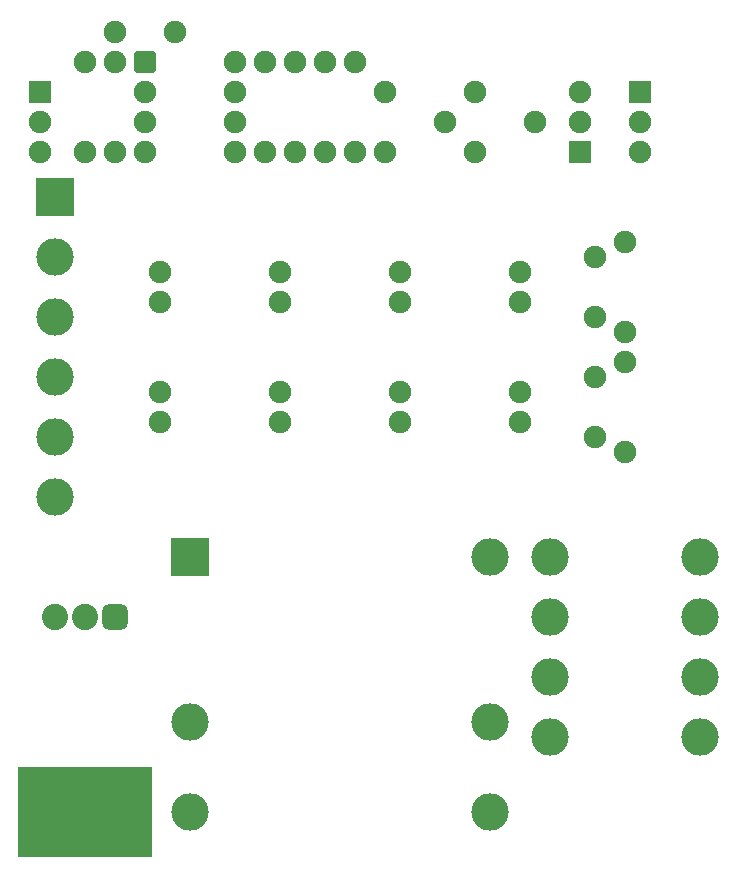
<source format=gbr>
%TF.GenerationSoftware,KiCad,Pcbnew,(6.0.0)*%
%TF.CreationDate,2023-06-01T11:48:42-04:00*%
%TF.ProjectId,SEPIC,53455049-432e-46b6-9963-61645f706362,rev?*%
%TF.SameCoordinates,Original*%
%TF.FileFunction,Soldermask,Top*%
%TF.FilePolarity,Negative*%
%FSLAX46Y46*%
G04 Gerber Fmt 4.6, Leading zero omitted, Abs format (unit mm)*
G04 Created by KiCad (PCBNEW (6.0.0)) date 2023-06-01 11:48:42*
%MOMM*%
%LPD*%
G01*
G04 APERTURE LIST*
G04 Aperture macros list*
%AMRoundRect*
0 Rectangle with rounded corners*
0 $1 Rounding radius*
0 $2 $3 $4 $5 $6 $7 $8 $9 X,Y pos of 4 corners*
0 Add a 4 corners polygon primitive as box body*
4,1,4,$2,$3,$4,$5,$6,$7,$8,$9,$2,$3,0*
0 Add four circle primitives for the rounded corners*
1,1,$1+$1,$2,$3*
1,1,$1+$1,$4,$5*
1,1,$1+$1,$6,$7*
1,1,$1+$1,$8,$9*
0 Add four rect primitives between the rounded corners*
20,1,$1+$1,$2,$3,$4,$5,0*
20,1,$1+$1,$4,$5,$6,$7,0*
20,1,$1+$1,$6,$7,$8,$9,0*
20,1,$1+$1,$8,$9,$2,$3,0*%
G04 Aperture macros list end*
%ADD10C,3.175000*%
%ADD11C,1.905000*%
%ADD12R,3.175000X3.175000*%
%ADD13R,1.905000X1.905000*%
%ADD14O,3.500000X3.500000*%
%ADD15RoundRect,0.635000X0.476250X0.476250X-0.476250X0.476250X-0.476250X-0.476250X0.476250X-0.476250X0*%
%ADD16C,2.222500*%
%ADD17R,11.430000X7.620000*%
%ADD18RoundRect,0.381000X-0.571500X-0.571500X0.571500X-0.571500X0.571500X0.571500X-0.571500X0.571500X0*%
G04 APERTURE END LIST*
D10*
%TO.C,D3*%
X205740000Y-95250000D03*
X193040000Y-95250000D03*
%TD*%
D11*
%TO.C,R5*%
X173990000Y-50800000D03*
X173990000Y-43180000D03*
%TD*%
%TO.C,R4*%
X186690000Y-45720000D03*
X191770000Y-48260000D03*
X186690000Y-50800000D03*
%TD*%
%TO.C,D5*%
X199390000Y-76200000D03*
X199390000Y-68580000D03*
%TD*%
%TO.C,C3*%
X170180000Y-73660000D03*
X170180000Y-71120000D03*
%TD*%
D10*
%TO.C,C1*%
X187960000Y-106680000D03*
X162560000Y-106680000D03*
%TD*%
D12*
%TO.C,H0*%
X151130000Y-54610000D03*
D10*
X151130000Y-59690000D03*
X151130000Y-74930000D03*
X151130000Y-80010000D03*
X151130000Y-64770000D03*
X151130000Y-69850000D03*
%TD*%
D13*
%TO.C,T2*%
X195580000Y-50800000D03*
D11*
X195580000Y-48260000D03*
X195580000Y-45720000D03*
%TD*%
%TO.C,C9*%
X180340000Y-60960000D03*
X180340000Y-63500000D03*
%TD*%
%TO.C,C10*%
X190500000Y-60960000D03*
X190500000Y-63500000D03*
%TD*%
%TO.C,C5*%
X190500000Y-73660000D03*
X190500000Y-71120000D03*
%TD*%
%TO.C,D6*%
X199390000Y-58420000D03*
X199390000Y-66040000D03*
%TD*%
%TO.C,R6*%
X176530000Y-43180000D03*
X176530000Y-50800000D03*
%TD*%
%TO.C,R2*%
X153670000Y-50800000D03*
X153670000Y-43180000D03*
%TD*%
D14*
%TO.C,T1*%
X153670000Y-106680000D03*
D15*
X156210000Y-90170000D03*
D16*
X153670000Y-90170000D03*
X151130000Y-90170000D03*
D17*
X153670000Y-106680000D03*
%TD*%
D18*
%TO.C,IC0*%
X158750000Y-43180000D03*
D11*
X158750000Y-45720000D03*
X158750000Y-48260000D03*
X158750000Y-50800000D03*
X166370000Y-50800000D03*
X166370000Y-48260000D03*
X166370000Y-45720000D03*
X166370000Y-43180000D03*
%TD*%
D10*
%TO.C,D1*%
X205740000Y-85090000D03*
X193040000Y-85090000D03*
%TD*%
%TO.C,D4*%
X205740000Y-100330000D03*
X193040000Y-100330000D03*
%TD*%
D11*
%TO.C,R3*%
X179070000Y-45720000D03*
X184150000Y-48260000D03*
X179070000Y-50800000D03*
%TD*%
%TO.C,C7*%
X160020000Y-60960000D03*
X160020000Y-63500000D03*
%TD*%
D10*
%TO.C,D2*%
X205740000Y-90170000D03*
X193040000Y-90170000D03*
%TD*%
D11*
%TO.C,C4*%
X180340000Y-73660000D03*
X180340000Y-71120000D03*
%TD*%
%TO.C,R0*%
X168910000Y-43180000D03*
X168910000Y-50800000D03*
%TD*%
D12*
%TO.C,L0*%
X162560000Y-85090000D03*
D10*
X162560000Y-99060000D03*
X187960000Y-99060000D03*
X187960000Y-85090000D03*
%TD*%
D13*
%TO.C,T0*%
X149860000Y-45720000D03*
D11*
X149860000Y-48260000D03*
X149860000Y-50800000D03*
%TD*%
%TO.C,R1*%
X171450000Y-50800000D03*
X171450000Y-43180000D03*
%TD*%
%TO.C,C0*%
X161290000Y-40640000D03*
X156210000Y-40640000D03*
%TD*%
D13*
%TO.C,T3*%
X200660000Y-45720000D03*
D11*
X200660000Y-48260000D03*
X200660000Y-50800000D03*
%TD*%
%TO.C,D0*%
X156210000Y-50800000D03*
X156210000Y-43180000D03*
%TD*%
%TO.C,C6*%
X196850000Y-74930000D03*
X196850000Y-69850000D03*
%TD*%
%TO.C,C2*%
X160020000Y-73660000D03*
X160020000Y-71120000D03*
%TD*%
%TO.C,C8*%
X170180000Y-60960000D03*
X170180000Y-63500000D03*
%TD*%
%TO.C,C11*%
X196850000Y-59690000D03*
X196850000Y-64770000D03*
%TD*%
M02*

</source>
